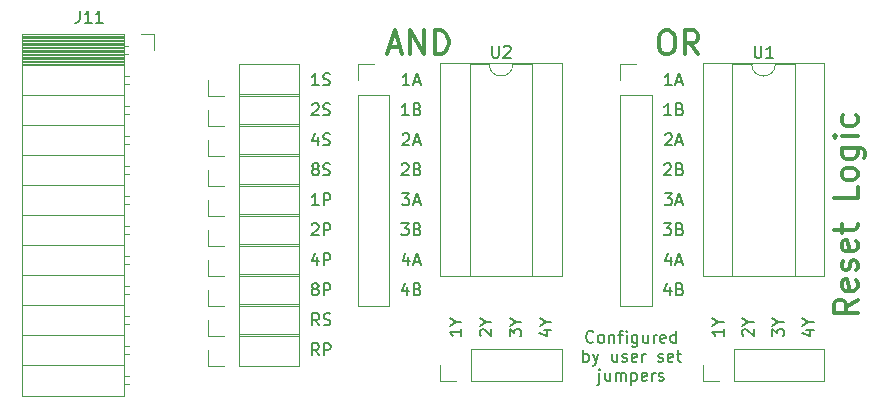
<source format=gto>
G04 #@! TF.GenerationSoftware,KiCad,Pcbnew,6.0.1-79c1e3a40b~116~ubuntu21.04.1*
G04 #@! TF.CreationDate,2022-02-15T17:06:26-05:00*
G04 #@! TF.ProjectId,reset_modules,72657365-745f-46d6-9f64-756c65732e6b,rev?*
G04 #@! TF.SameCoordinates,Original*
G04 #@! TF.FileFunction,Legend,Top*
G04 #@! TF.FilePolarity,Positive*
%FSLAX46Y46*%
G04 Gerber Fmt 4.6, Leading zero omitted, Abs format (unit mm)*
G04 Created by KiCad (PCBNEW 6.0.1-79c1e3a40b~116~ubuntu21.04.1) date 2022-02-15 17:06:26*
%MOMM*%
%LPD*%
G01*
G04 APERTURE LIST*
%ADD10C,0.150000*%
%ADD11C,0.300000*%
%ADD12C,0.120000*%
%ADD13R,1.700000X1.700000*%
%ADD14O,1.700000X1.700000*%
%ADD15R,1.600000X1.600000*%
%ADD16O,1.600000X1.600000*%
G04 APERTURE END LIST*
D10*
X114736666Y-97242380D02*
X115355714Y-97242380D01*
X115022380Y-97623333D01*
X115165238Y-97623333D01*
X115260476Y-97670952D01*
X115308095Y-97718571D01*
X115355714Y-97813809D01*
X115355714Y-98051904D01*
X115308095Y-98147142D01*
X115260476Y-98194761D01*
X115165238Y-98242380D01*
X114879523Y-98242380D01*
X114784285Y-98194761D01*
X114736666Y-98147142D01*
X116117619Y-97718571D02*
X116260476Y-97766190D01*
X116308095Y-97813809D01*
X116355714Y-97909047D01*
X116355714Y-98051904D01*
X116308095Y-98147142D01*
X116260476Y-98194761D01*
X116165238Y-98242380D01*
X115784285Y-98242380D01*
X115784285Y-97242380D01*
X116117619Y-97242380D01*
X116212857Y-97290000D01*
X116260476Y-97337619D01*
X116308095Y-97432857D01*
X116308095Y-97528095D01*
X116260476Y-97623333D01*
X116212857Y-97670952D01*
X116117619Y-97718571D01*
X115784285Y-97718571D01*
X114855714Y-89717619D02*
X114903333Y-89670000D01*
X114998571Y-89622380D01*
X115236666Y-89622380D01*
X115331904Y-89670000D01*
X115379523Y-89717619D01*
X115427142Y-89812857D01*
X115427142Y-89908095D01*
X115379523Y-90050952D01*
X114808095Y-90622380D01*
X115427142Y-90622380D01*
X115808095Y-90336666D02*
X116284285Y-90336666D01*
X115712857Y-90622380D02*
X116046190Y-89622380D01*
X116379523Y-90622380D01*
X115355714Y-88082380D02*
X114784285Y-88082380D01*
X115070000Y-88082380D02*
X115070000Y-87082380D01*
X114974761Y-87225238D01*
X114879523Y-87320476D01*
X114784285Y-87368095D01*
X116117619Y-87558571D02*
X116260476Y-87606190D01*
X116308095Y-87653809D01*
X116355714Y-87749047D01*
X116355714Y-87891904D01*
X116308095Y-87987142D01*
X116260476Y-88034761D01*
X116165238Y-88082380D01*
X115784285Y-88082380D01*
X115784285Y-87082380D01*
X116117619Y-87082380D01*
X116212857Y-87130000D01*
X116260476Y-87177619D01*
X116308095Y-87272857D01*
X116308095Y-87368095D01*
X116260476Y-87463333D01*
X116212857Y-87510952D01*
X116117619Y-87558571D01*
X115784285Y-87558571D01*
X114808095Y-94702380D02*
X115427142Y-94702380D01*
X115093809Y-95083333D01*
X115236666Y-95083333D01*
X115331904Y-95130952D01*
X115379523Y-95178571D01*
X115427142Y-95273809D01*
X115427142Y-95511904D01*
X115379523Y-95607142D01*
X115331904Y-95654761D01*
X115236666Y-95702380D01*
X114950952Y-95702380D01*
X114855714Y-95654761D01*
X114808095Y-95607142D01*
X115808095Y-95416666D02*
X116284285Y-95416666D01*
X115712857Y-95702380D02*
X116046190Y-94702380D01*
X116379523Y-95702380D01*
X115331904Y-100115714D02*
X115331904Y-100782380D01*
X115093809Y-99734761D02*
X114855714Y-100449047D01*
X115474761Y-100449047D01*
X115808095Y-100496666D02*
X116284285Y-100496666D01*
X115712857Y-100782380D02*
X116046190Y-99782380D01*
X116379523Y-100782380D01*
X115427142Y-85542380D02*
X114855714Y-85542380D01*
X115141428Y-85542380D02*
X115141428Y-84542380D01*
X115046190Y-84685238D01*
X114950952Y-84780476D01*
X114855714Y-84828095D01*
X115808095Y-85256666D02*
X116284285Y-85256666D01*
X115712857Y-85542380D02*
X116046190Y-84542380D01*
X116379523Y-85542380D01*
X114784285Y-92257619D02*
X114831904Y-92210000D01*
X114927142Y-92162380D01*
X115165238Y-92162380D01*
X115260476Y-92210000D01*
X115308095Y-92257619D01*
X115355714Y-92352857D01*
X115355714Y-92448095D01*
X115308095Y-92590952D01*
X114736666Y-93162380D01*
X115355714Y-93162380D01*
X116117619Y-92638571D02*
X116260476Y-92686190D01*
X116308095Y-92733809D01*
X116355714Y-92829047D01*
X116355714Y-92971904D01*
X116308095Y-93067142D01*
X116260476Y-93114761D01*
X116165238Y-93162380D01*
X115784285Y-93162380D01*
X115784285Y-92162380D01*
X116117619Y-92162380D01*
X116212857Y-92210000D01*
X116260476Y-92257619D01*
X116308095Y-92352857D01*
X116308095Y-92448095D01*
X116260476Y-92543333D01*
X116212857Y-92590952D01*
X116117619Y-92638571D01*
X115784285Y-92638571D01*
X115260476Y-102655714D02*
X115260476Y-103322380D01*
X115022380Y-102274761D02*
X114784285Y-102989047D01*
X115403333Y-102989047D01*
X116117619Y-102798571D02*
X116260476Y-102846190D01*
X116308095Y-102893809D01*
X116355714Y-102989047D01*
X116355714Y-103131904D01*
X116308095Y-103227142D01*
X116260476Y-103274761D01*
X116165238Y-103322380D01*
X115784285Y-103322380D01*
X115784285Y-102322380D01*
X116117619Y-102322380D01*
X116212857Y-102370000D01*
X116260476Y-102417619D01*
X116308095Y-102512857D01*
X116308095Y-102608095D01*
X116260476Y-102703333D01*
X116212857Y-102750952D01*
X116117619Y-102798571D01*
X115784285Y-102798571D01*
X123912380Y-106806904D02*
X123912380Y-106187857D01*
X124293333Y-106521190D01*
X124293333Y-106378333D01*
X124340952Y-106283095D01*
X124388571Y-106235476D01*
X124483809Y-106187857D01*
X124721904Y-106187857D01*
X124817142Y-106235476D01*
X124864761Y-106283095D01*
X124912380Y-106378333D01*
X124912380Y-106664047D01*
X124864761Y-106759285D01*
X124817142Y-106806904D01*
X124436190Y-105568809D02*
X124912380Y-105568809D01*
X123912380Y-105902142D02*
X124436190Y-105568809D01*
X123912380Y-105235476D01*
X121467619Y-106759285D02*
X121420000Y-106711666D01*
X121372380Y-106616428D01*
X121372380Y-106378333D01*
X121420000Y-106283095D01*
X121467619Y-106235476D01*
X121562857Y-106187857D01*
X121658095Y-106187857D01*
X121800952Y-106235476D01*
X122372380Y-106806904D01*
X122372380Y-106187857D01*
X121896190Y-105568809D02*
X122372380Y-105568809D01*
X121372380Y-105902142D02*
X121896190Y-105568809D01*
X121372380Y-105235476D01*
X126785714Y-106283095D02*
X127452380Y-106283095D01*
X126404761Y-106521190D02*
X127119047Y-106759285D01*
X127119047Y-106140238D01*
X126976190Y-105568809D02*
X127452380Y-105568809D01*
X126452380Y-105902142D02*
X126976190Y-105568809D01*
X126452380Y-105235476D01*
X119832380Y-106187857D02*
X119832380Y-106759285D01*
X119832380Y-106473571D02*
X118832380Y-106473571D01*
X118975238Y-106568809D01*
X119070476Y-106664047D01*
X119118095Y-106759285D01*
X119356190Y-105568809D02*
X119832380Y-105568809D01*
X118832380Y-105902142D02*
X119356190Y-105568809D01*
X118832380Y-105235476D01*
X93202142Y-85542380D02*
X92630714Y-85542380D01*
X92916428Y-85542380D02*
X92916428Y-84542380D01*
X92821190Y-84685238D01*
X92725952Y-84780476D01*
X92630714Y-84828095D01*
X93583095Y-85256666D02*
X94059285Y-85256666D01*
X93487857Y-85542380D02*
X93821190Y-84542380D01*
X94154523Y-85542380D01*
X92511666Y-97242380D02*
X93130714Y-97242380D01*
X92797380Y-97623333D01*
X92940238Y-97623333D01*
X93035476Y-97670952D01*
X93083095Y-97718571D01*
X93130714Y-97813809D01*
X93130714Y-98051904D01*
X93083095Y-98147142D01*
X93035476Y-98194761D01*
X92940238Y-98242380D01*
X92654523Y-98242380D01*
X92559285Y-98194761D01*
X92511666Y-98147142D01*
X93892619Y-97718571D02*
X94035476Y-97766190D01*
X94083095Y-97813809D01*
X94130714Y-97909047D01*
X94130714Y-98051904D01*
X94083095Y-98147142D01*
X94035476Y-98194761D01*
X93940238Y-98242380D01*
X93559285Y-98242380D01*
X93559285Y-97242380D01*
X93892619Y-97242380D01*
X93987857Y-97290000D01*
X94035476Y-97337619D01*
X94083095Y-97432857D01*
X94083095Y-97528095D01*
X94035476Y-97623333D01*
X93987857Y-97670952D01*
X93892619Y-97718571D01*
X93559285Y-97718571D01*
X85510714Y-95702380D02*
X84939285Y-95702380D01*
X85225000Y-95702380D02*
X85225000Y-94702380D01*
X85129761Y-94845238D01*
X85034523Y-94940476D01*
X84939285Y-94988095D01*
X85939285Y-95702380D02*
X85939285Y-94702380D01*
X86320238Y-94702380D01*
X86415476Y-94750000D01*
X86463095Y-94797619D01*
X86510714Y-94892857D01*
X86510714Y-95035714D01*
X86463095Y-95130952D01*
X86415476Y-95178571D01*
X86320238Y-95226190D01*
X85939285Y-95226190D01*
X85534523Y-108402380D02*
X85201190Y-107926190D01*
X84963095Y-108402380D02*
X84963095Y-107402380D01*
X85344047Y-107402380D01*
X85439285Y-107450000D01*
X85486904Y-107497619D01*
X85534523Y-107592857D01*
X85534523Y-107735714D01*
X85486904Y-107830952D01*
X85439285Y-107878571D01*
X85344047Y-107926190D01*
X84963095Y-107926190D01*
X85963095Y-108402380D02*
X85963095Y-107402380D01*
X86344047Y-107402380D01*
X86439285Y-107450000D01*
X86486904Y-107497619D01*
X86534523Y-107592857D01*
X86534523Y-107735714D01*
X86486904Y-107830952D01*
X86439285Y-107878571D01*
X86344047Y-107926190D01*
X85963095Y-107926190D01*
D11*
X91476190Y-82333333D02*
X92428571Y-82333333D01*
X91285714Y-82904761D02*
X91952380Y-80904761D01*
X92619047Y-82904761D01*
X93285714Y-82904761D02*
X93285714Y-80904761D01*
X94428571Y-82904761D01*
X94428571Y-80904761D01*
X95380952Y-82904761D02*
X95380952Y-80904761D01*
X95857142Y-80904761D01*
X96142857Y-81000000D01*
X96333333Y-81190476D01*
X96428571Y-81380952D01*
X96523809Y-81761904D01*
X96523809Y-82047619D01*
X96428571Y-82428571D01*
X96333333Y-82619047D01*
X96142857Y-82809523D01*
X95857142Y-82904761D01*
X95380952Y-82904761D01*
D10*
X99242619Y-106759285D02*
X99195000Y-106711666D01*
X99147380Y-106616428D01*
X99147380Y-106378333D01*
X99195000Y-106283095D01*
X99242619Y-106235476D01*
X99337857Y-106187857D01*
X99433095Y-106187857D01*
X99575952Y-106235476D01*
X100147380Y-106806904D01*
X100147380Y-106187857D01*
X99671190Y-105568809D02*
X100147380Y-105568809D01*
X99147380Y-105902142D02*
X99671190Y-105568809D01*
X99147380Y-105235476D01*
X85534523Y-85542380D02*
X84963095Y-85542380D01*
X85248809Y-85542380D02*
X85248809Y-84542380D01*
X85153571Y-84685238D01*
X85058333Y-84780476D01*
X84963095Y-84828095D01*
X85915476Y-85494761D02*
X86058333Y-85542380D01*
X86296428Y-85542380D01*
X86391666Y-85494761D01*
X86439285Y-85447142D01*
X86486904Y-85351904D01*
X86486904Y-85256666D01*
X86439285Y-85161428D01*
X86391666Y-85113809D01*
X86296428Y-85066190D01*
X86105952Y-85018571D01*
X86010714Y-84970952D01*
X85963095Y-84923333D01*
X85915476Y-84828095D01*
X85915476Y-84732857D01*
X85963095Y-84637619D01*
X86010714Y-84590000D01*
X86105952Y-84542380D01*
X86344047Y-84542380D01*
X86486904Y-84590000D01*
X85415476Y-100115714D02*
X85415476Y-100782380D01*
X85177380Y-99734761D02*
X84939285Y-100449047D01*
X85558333Y-100449047D01*
X85939285Y-100782380D02*
X85939285Y-99782380D01*
X86320238Y-99782380D01*
X86415476Y-99830000D01*
X86463095Y-99877619D01*
X86510714Y-99972857D01*
X86510714Y-100115714D01*
X86463095Y-100210952D01*
X86415476Y-100258571D01*
X86320238Y-100306190D01*
X85939285Y-100306190D01*
X97607380Y-106187857D02*
X97607380Y-106759285D01*
X97607380Y-106473571D02*
X96607380Y-106473571D01*
X96750238Y-106568809D01*
X96845476Y-106664047D01*
X96893095Y-106759285D01*
X97131190Y-105568809D02*
X97607380Y-105568809D01*
X96607380Y-105902142D02*
X97131190Y-105568809D01*
X96607380Y-105235476D01*
X92630714Y-89717619D02*
X92678333Y-89670000D01*
X92773571Y-89622380D01*
X93011666Y-89622380D01*
X93106904Y-89670000D01*
X93154523Y-89717619D01*
X93202142Y-89812857D01*
X93202142Y-89908095D01*
X93154523Y-90050952D01*
X92583095Y-90622380D01*
X93202142Y-90622380D01*
X93583095Y-90336666D02*
X94059285Y-90336666D01*
X93487857Y-90622380D02*
X93821190Y-89622380D01*
X94154523Y-90622380D01*
D11*
X131154761Y-103690476D02*
X130202380Y-104357142D01*
X131154761Y-104833333D02*
X129154761Y-104833333D01*
X129154761Y-104071428D01*
X129250000Y-103880952D01*
X129345238Y-103785714D01*
X129535714Y-103690476D01*
X129821428Y-103690476D01*
X130011904Y-103785714D01*
X130107142Y-103880952D01*
X130202380Y-104071428D01*
X130202380Y-104833333D01*
X131059523Y-102071428D02*
X131154761Y-102261904D01*
X131154761Y-102642857D01*
X131059523Y-102833333D01*
X130869047Y-102928571D01*
X130107142Y-102928571D01*
X129916666Y-102833333D01*
X129821428Y-102642857D01*
X129821428Y-102261904D01*
X129916666Y-102071428D01*
X130107142Y-101976190D01*
X130297619Y-101976190D01*
X130488095Y-102928571D01*
X131059523Y-101214285D02*
X131154761Y-101023809D01*
X131154761Y-100642857D01*
X131059523Y-100452380D01*
X130869047Y-100357142D01*
X130773809Y-100357142D01*
X130583333Y-100452380D01*
X130488095Y-100642857D01*
X130488095Y-100928571D01*
X130392857Y-101119047D01*
X130202380Y-101214285D01*
X130107142Y-101214285D01*
X129916666Y-101119047D01*
X129821428Y-100928571D01*
X129821428Y-100642857D01*
X129916666Y-100452380D01*
X131059523Y-98738095D02*
X131154761Y-98928571D01*
X131154761Y-99309523D01*
X131059523Y-99500000D01*
X130869047Y-99595238D01*
X130107142Y-99595238D01*
X129916666Y-99500000D01*
X129821428Y-99309523D01*
X129821428Y-98928571D01*
X129916666Y-98738095D01*
X130107142Y-98642857D01*
X130297619Y-98642857D01*
X130488095Y-99595238D01*
X129821428Y-98071428D02*
X129821428Y-97309523D01*
X129154761Y-97785714D02*
X130869047Y-97785714D01*
X131059523Y-97690476D01*
X131154761Y-97500000D01*
X131154761Y-97309523D01*
X131154761Y-94166666D02*
X131154761Y-95119047D01*
X129154761Y-95119047D01*
X131154761Y-93214285D02*
X131059523Y-93404761D01*
X130964285Y-93500000D01*
X130773809Y-93595238D01*
X130202380Y-93595238D01*
X130011904Y-93500000D01*
X129916666Y-93404761D01*
X129821428Y-93214285D01*
X129821428Y-92928571D01*
X129916666Y-92738095D01*
X130011904Y-92642857D01*
X130202380Y-92547619D01*
X130773809Y-92547619D01*
X130964285Y-92642857D01*
X131059523Y-92738095D01*
X131154761Y-92928571D01*
X131154761Y-93214285D01*
X129821428Y-90833333D02*
X131440476Y-90833333D01*
X131630952Y-90928571D01*
X131726190Y-91023809D01*
X131821428Y-91214285D01*
X131821428Y-91500000D01*
X131726190Y-91690476D01*
X131059523Y-90833333D02*
X131154761Y-91023809D01*
X131154761Y-91404761D01*
X131059523Y-91595238D01*
X130964285Y-91690476D01*
X130773809Y-91785714D01*
X130202380Y-91785714D01*
X130011904Y-91690476D01*
X129916666Y-91595238D01*
X129821428Y-91404761D01*
X129821428Y-91023809D01*
X129916666Y-90833333D01*
X131154761Y-89880952D02*
X129821428Y-89880952D01*
X129154761Y-89880952D02*
X129250000Y-89976190D01*
X129345238Y-89880952D01*
X129250000Y-89785714D01*
X129154761Y-89880952D01*
X129345238Y-89880952D01*
X131059523Y-88071428D02*
X131154761Y-88261904D01*
X131154761Y-88642857D01*
X131059523Y-88833333D01*
X130964285Y-88928571D01*
X130773809Y-89023809D01*
X130202380Y-89023809D01*
X130011904Y-88928571D01*
X129916666Y-88833333D01*
X129821428Y-88642857D01*
X129821428Y-88261904D01*
X129916666Y-88071428D01*
D10*
X108785714Y-107247142D02*
X108738095Y-107294761D01*
X108595238Y-107342380D01*
X108500000Y-107342380D01*
X108357142Y-107294761D01*
X108261904Y-107199523D01*
X108214285Y-107104285D01*
X108166666Y-106913809D01*
X108166666Y-106770952D01*
X108214285Y-106580476D01*
X108261904Y-106485238D01*
X108357142Y-106390000D01*
X108500000Y-106342380D01*
X108595238Y-106342380D01*
X108738095Y-106390000D01*
X108785714Y-106437619D01*
X109357142Y-107342380D02*
X109261904Y-107294761D01*
X109214285Y-107247142D01*
X109166666Y-107151904D01*
X109166666Y-106866190D01*
X109214285Y-106770952D01*
X109261904Y-106723333D01*
X109357142Y-106675714D01*
X109500000Y-106675714D01*
X109595238Y-106723333D01*
X109642857Y-106770952D01*
X109690476Y-106866190D01*
X109690476Y-107151904D01*
X109642857Y-107247142D01*
X109595238Y-107294761D01*
X109500000Y-107342380D01*
X109357142Y-107342380D01*
X110119047Y-106675714D02*
X110119047Y-107342380D01*
X110119047Y-106770952D02*
X110166666Y-106723333D01*
X110261904Y-106675714D01*
X110404761Y-106675714D01*
X110500000Y-106723333D01*
X110547619Y-106818571D01*
X110547619Y-107342380D01*
X110880952Y-106675714D02*
X111261904Y-106675714D01*
X111023809Y-107342380D02*
X111023809Y-106485238D01*
X111071428Y-106390000D01*
X111166666Y-106342380D01*
X111261904Y-106342380D01*
X111595238Y-107342380D02*
X111595238Y-106675714D01*
X111595238Y-106342380D02*
X111547619Y-106390000D01*
X111595238Y-106437619D01*
X111642857Y-106390000D01*
X111595238Y-106342380D01*
X111595238Y-106437619D01*
X112500000Y-106675714D02*
X112500000Y-107485238D01*
X112452380Y-107580476D01*
X112404761Y-107628095D01*
X112309523Y-107675714D01*
X112166666Y-107675714D01*
X112071428Y-107628095D01*
X112500000Y-107294761D02*
X112404761Y-107342380D01*
X112214285Y-107342380D01*
X112119047Y-107294761D01*
X112071428Y-107247142D01*
X112023809Y-107151904D01*
X112023809Y-106866190D01*
X112071428Y-106770952D01*
X112119047Y-106723333D01*
X112214285Y-106675714D01*
X112404761Y-106675714D01*
X112500000Y-106723333D01*
X113404761Y-106675714D02*
X113404761Y-107342380D01*
X112976190Y-106675714D02*
X112976190Y-107199523D01*
X113023809Y-107294761D01*
X113119047Y-107342380D01*
X113261904Y-107342380D01*
X113357142Y-107294761D01*
X113404761Y-107247142D01*
X113880952Y-107342380D02*
X113880952Y-106675714D01*
X113880952Y-106866190D02*
X113928571Y-106770952D01*
X113976190Y-106723333D01*
X114071428Y-106675714D01*
X114166666Y-106675714D01*
X114880952Y-107294761D02*
X114785714Y-107342380D01*
X114595238Y-107342380D01*
X114500000Y-107294761D01*
X114452380Y-107199523D01*
X114452380Y-106818571D01*
X114500000Y-106723333D01*
X114595238Y-106675714D01*
X114785714Y-106675714D01*
X114880952Y-106723333D01*
X114928571Y-106818571D01*
X114928571Y-106913809D01*
X114452380Y-107009047D01*
X115785714Y-107342380D02*
X115785714Y-106342380D01*
X115785714Y-107294761D02*
X115690476Y-107342380D01*
X115500000Y-107342380D01*
X115404761Y-107294761D01*
X115357142Y-107247142D01*
X115309523Y-107151904D01*
X115309523Y-106866190D01*
X115357142Y-106770952D01*
X115404761Y-106723333D01*
X115500000Y-106675714D01*
X115690476Y-106675714D01*
X115785714Y-106723333D01*
X107928571Y-108952380D02*
X107928571Y-107952380D01*
X107928571Y-108333333D02*
X108023809Y-108285714D01*
X108214285Y-108285714D01*
X108309523Y-108333333D01*
X108357142Y-108380952D01*
X108404761Y-108476190D01*
X108404761Y-108761904D01*
X108357142Y-108857142D01*
X108309523Y-108904761D01*
X108214285Y-108952380D01*
X108023809Y-108952380D01*
X107928571Y-108904761D01*
X108738095Y-108285714D02*
X108976190Y-108952380D01*
X109214285Y-108285714D02*
X108976190Y-108952380D01*
X108880952Y-109190476D01*
X108833333Y-109238095D01*
X108738095Y-109285714D01*
X110785714Y-108285714D02*
X110785714Y-108952380D01*
X110357142Y-108285714D02*
X110357142Y-108809523D01*
X110404761Y-108904761D01*
X110500000Y-108952380D01*
X110642857Y-108952380D01*
X110738095Y-108904761D01*
X110785714Y-108857142D01*
X111214285Y-108904761D02*
X111309523Y-108952380D01*
X111500000Y-108952380D01*
X111595238Y-108904761D01*
X111642857Y-108809523D01*
X111642857Y-108761904D01*
X111595238Y-108666666D01*
X111500000Y-108619047D01*
X111357142Y-108619047D01*
X111261904Y-108571428D01*
X111214285Y-108476190D01*
X111214285Y-108428571D01*
X111261904Y-108333333D01*
X111357142Y-108285714D01*
X111500000Y-108285714D01*
X111595238Y-108333333D01*
X112452380Y-108904761D02*
X112357142Y-108952380D01*
X112166666Y-108952380D01*
X112071428Y-108904761D01*
X112023809Y-108809523D01*
X112023809Y-108428571D01*
X112071428Y-108333333D01*
X112166666Y-108285714D01*
X112357142Y-108285714D01*
X112452380Y-108333333D01*
X112500000Y-108428571D01*
X112500000Y-108523809D01*
X112023809Y-108619047D01*
X112928571Y-108952380D02*
X112928571Y-108285714D01*
X112928571Y-108476190D02*
X112976190Y-108380952D01*
X113023809Y-108333333D01*
X113119047Y-108285714D01*
X113214285Y-108285714D01*
X114261904Y-108904761D02*
X114357142Y-108952380D01*
X114547619Y-108952380D01*
X114642857Y-108904761D01*
X114690476Y-108809523D01*
X114690476Y-108761904D01*
X114642857Y-108666666D01*
X114547619Y-108619047D01*
X114404761Y-108619047D01*
X114309523Y-108571428D01*
X114261904Y-108476190D01*
X114261904Y-108428571D01*
X114309523Y-108333333D01*
X114404761Y-108285714D01*
X114547619Y-108285714D01*
X114642857Y-108333333D01*
X115500000Y-108904761D02*
X115404761Y-108952380D01*
X115214285Y-108952380D01*
X115119047Y-108904761D01*
X115071428Y-108809523D01*
X115071428Y-108428571D01*
X115119047Y-108333333D01*
X115214285Y-108285714D01*
X115404761Y-108285714D01*
X115500000Y-108333333D01*
X115547619Y-108428571D01*
X115547619Y-108523809D01*
X115071428Y-108619047D01*
X115833333Y-108285714D02*
X116214285Y-108285714D01*
X115976190Y-107952380D02*
X115976190Y-108809523D01*
X116023809Y-108904761D01*
X116119047Y-108952380D01*
X116214285Y-108952380D01*
X109285714Y-109895714D02*
X109285714Y-110752857D01*
X109238095Y-110848095D01*
X109142857Y-110895714D01*
X109095238Y-110895714D01*
X109285714Y-109562380D02*
X109238095Y-109610000D01*
X109285714Y-109657619D01*
X109333333Y-109610000D01*
X109285714Y-109562380D01*
X109285714Y-109657619D01*
X110190476Y-109895714D02*
X110190476Y-110562380D01*
X109761904Y-109895714D02*
X109761904Y-110419523D01*
X109809523Y-110514761D01*
X109904761Y-110562380D01*
X110047619Y-110562380D01*
X110142857Y-110514761D01*
X110190476Y-110467142D01*
X110666666Y-110562380D02*
X110666666Y-109895714D01*
X110666666Y-109990952D02*
X110714285Y-109943333D01*
X110809523Y-109895714D01*
X110952380Y-109895714D01*
X111047619Y-109943333D01*
X111095238Y-110038571D01*
X111095238Y-110562380D01*
X111095238Y-110038571D02*
X111142857Y-109943333D01*
X111238095Y-109895714D01*
X111380952Y-109895714D01*
X111476190Y-109943333D01*
X111523809Y-110038571D01*
X111523809Y-110562380D01*
X112000000Y-109895714D02*
X112000000Y-110895714D01*
X112000000Y-109943333D02*
X112095238Y-109895714D01*
X112285714Y-109895714D01*
X112380952Y-109943333D01*
X112428571Y-109990952D01*
X112476190Y-110086190D01*
X112476190Y-110371904D01*
X112428571Y-110467142D01*
X112380952Y-110514761D01*
X112285714Y-110562380D01*
X112095238Y-110562380D01*
X112000000Y-110514761D01*
X113285714Y-110514761D02*
X113190476Y-110562380D01*
X113000000Y-110562380D01*
X112904761Y-110514761D01*
X112857142Y-110419523D01*
X112857142Y-110038571D01*
X112904761Y-109943333D01*
X113000000Y-109895714D01*
X113190476Y-109895714D01*
X113285714Y-109943333D01*
X113333333Y-110038571D01*
X113333333Y-110133809D01*
X112857142Y-110229047D01*
X113761904Y-110562380D02*
X113761904Y-109895714D01*
X113761904Y-110086190D02*
X113809523Y-109990952D01*
X113857142Y-109943333D01*
X113952380Y-109895714D01*
X114047619Y-109895714D01*
X114333333Y-110514761D02*
X114428571Y-110562380D01*
X114619047Y-110562380D01*
X114714285Y-110514761D01*
X114761904Y-110419523D01*
X114761904Y-110371904D01*
X114714285Y-110276666D01*
X114619047Y-110229047D01*
X114476190Y-110229047D01*
X114380952Y-110181428D01*
X114333333Y-110086190D01*
X114333333Y-110038571D01*
X114380952Y-109943333D01*
X114476190Y-109895714D01*
X114619047Y-109895714D01*
X114714285Y-109943333D01*
X85439285Y-89955714D02*
X85439285Y-90622380D01*
X85201190Y-89574761D02*
X84963095Y-90289047D01*
X85582142Y-90289047D01*
X85915476Y-90574761D02*
X86058333Y-90622380D01*
X86296428Y-90622380D01*
X86391666Y-90574761D01*
X86439285Y-90527142D01*
X86486904Y-90431904D01*
X86486904Y-90336666D01*
X86439285Y-90241428D01*
X86391666Y-90193809D01*
X86296428Y-90146190D01*
X86105952Y-90098571D01*
X86010714Y-90050952D01*
X85963095Y-90003333D01*
X85915476Y-89908095D01*
X85915476Y-89812857D01*
X85963095Y-89717619D01*
X86010714Y-89670000D01*
X86105952Y-89622380D01*
X86344047Y-89622380D01*
X86486904Y-89670000D01*
X85558333Y-105862380D02*
X85225000Y-105386190D01*
X84986904Y-105862380D02*
X84986904Y-104862380D01*
X85367857Y-104862380D01*
X85463095Y-104910000D01*
X85510714Y-104957619D01*
X85558333Y-105052857D01*
X85558333Y-105195714D01*
X85510714Y-105290952D01*
X85463095Y-105338571D01*
X85367857Y-105386190D01*
X84986904Y-105386190D01*
X85939285Y-105814761D02*
X86082142Y-105862380D01*
X86320238Y-105862380D01*
X86415476Y-105814761D01*
X86463095Y-105767142D01*
X86510714Y-105671904D01*
X86510714Y-105576666D01*
X86463095Y-105481428D01*
X86415476Y-105433809D01*
X86320238Y-105386190D01*
X86129761Y-105338571D01*
X86034523Y-105290952D01*
X85986904Y-105243333D01*
X85939285Y-105148095D01*
X85939285Y-105052857D01*
X85986904Y-104957619D01*
X86034523Y-104910000D01*
X86129761Y-104862380D01*
X86367857Y-104862380D01*
X86510714Y-104910000D01*
X84939285Y-97337619D02*
X84986904Y-97290000D01*
X85082142Y-97242380D01*
X85320238Y-97242380D01*
X85415476Y-97290000D01*
X85463095Y-97337619D01*
X85510714Y-97432857D01*
X85510714Y-97528095D01*
X85463095Y-97670952D01*
X84891666Y-98242380D01*
X85510714Y-98242380D01*
X85939285Y-98242380D02*
X85939285Y-97242380D01*
X86320238Y-97242380D01*
X86415476Y-97290000D01*
X86463095Y-97337619D01*
X86510714Y-97432857D01*
X86510714Y-97575714D01*
X86463095Y-97670952D01*
X86415476Y-97718571D01*
X86320238Y-97766190D01*
X85939285Y-97766190D01*
X84963095Y-87177619D02*
X85010714Y-87130000D01*
X85105952Y-87082380D01*
X85344047Y-87082380D01*
X85439285Y-87130000D01*
X85486904Y-87177619D01*
X85534523Y-87272857D01*
X85534523Y-87368095D01*
X85486904Y-87510952D01*
X84915476Y-88082380D01*
X85534523Y-88082380D01*
X85915476Y-88034761D02*
X86058333Y-88082380D01*
X86296428Y-88082380D01*
X86391666Y-88034761D01*
X86439285Y-87987142D01*
X86486904Y-87891904D01*
X86486904Y-87796666D01*
X86439285Y-87701428D01*
X86391666Y-87653809D01*
X86296428Y-87606190D01*
X86105952Y-87558571D01*
X86010714Y-87510952D01*
X85963095Y-87463333D01*
X85915476Y-87368095D01*
X85915476Y-87272857D01*
X85963095Y-87177619D01*
X86010714Y-87130000D01*
X86105952Y-87082380D01*
X86344047Y-87082380D01*
X86486904Y-87130000D01*
X93106904Y-100115714D02*
X93106904Y-100782380D01*
X92868809Y-99734761D02*
X92630714Y-100449047D01*
X93249761Y-100449047D01*
X93583095Y-100496666D02*
X94059285Y-100496666D01*
X93487857Y-100782380D02*
X93821190Y-99782380D01*
X94154523Y-100782380D01*
X92583095Y-94702380D02*
X93202142Y-94702380D01*
X92868809Y-95083333D01*
X93011666Y-95083333D01*
X93106904Y-95130952D01*
X93154523Y-95178571D01*
X93202142Y-95273809D01*
X93202142Y-95511904D01*
X93154523Y-95607142D01*
X93106904Y-95654761D01*
X93011666Y-95702380D01*
X92725952Y-95702380D01*
X92630714Y-95654761D01*
X92583095Y-95607142D01*
X93583095Y-95416666D02*
X94059285Y-95416666D01*
X93487857Y-95702380D02*
X93821190Y-94702380D01*
X94154523Y-95702380D01*
X93035476Y-102655714D02*
X93035476Y-103322380D01*
X92797380Y-102274761D02*
X92559285Y-102989047D01*
X93178333Y-102989047D01*
X93892619Y-102798571D02*
X94035476Y-102846190D01*
X94083095Y-102893809D01*
X94130714Y-102989047D01*
X94130714Y-103131904D01*
X94083095Y-103227142D01*
X94035476Y-103274761D01*
X93940238Y-103322380D01*
X93559285Y-103322380D01*
X93559285Y-102322380D01*
X93892619Y-102322380D01*
X93987857Y-102370000D01*
X94035476Y-102417619D01*
X94083095Y-102512857D01*
X94083095Y-102608095D01*
X94035476Y-102703333D01*
X93987857Y-102750952D01*
X93892619Y-102798571D01*
X93559285Y-102798571D01*
X101687380Y-106806904D02*
X101687380Y-106187857D01*
X102068333Y-106521190D01*
X102068333Y-106378333D01*
X102115952Y-106283095D01*
X102163571Y-106235476D01*
X102258809Y-106187857D01*
X102496904Y-106187857D01*
X102592142Y-106235476D01*
X102639761Y-106283095D01*
X102687380Y-106378333D01*
X102687380Y-106664047D01*
X102639761Y-106759285D01*
X102592142Y-106806904D01*
X102211190Y-105568809D02*
X102687380Y-105568809D01*
X101687380Y-105902142D02*
X102211190Y-105568809D01*
X101687380Y-105235476D01*
X85153571Y-92590952D02*
X85058333Y-92543333D01*
X85010714Y-92495714D01*
X84963095Y-92400476D01*
X84963095Y-92352857D01*
X85010714Y-92257619D01*
X85058333Y-92210000D01*
X85153571Y-92162380D01*
X85344047Y-92162380D01*
X85439285Y-92210000D01*
X85486904Y-92257619D01*
X85534523Y-92352857D01*
X85534523Y-92400476D01*
X85486904Y-92495714D01*
X85439285Y-92543333D01*
X85344047Y-92590952D01*
X85153571Y-92590952D01*
X85058333Y-92638571D01*
X85010714Y-92686190D01*
X84963095Y-92781428D01*
X84963095Y-92971904D01*
X85010714Y-93067142D01*
X85058333Y-93114761D01*
X85153571Y-93162380D01*
X85344047Y-93162380D01*
X85439285Y-93114761D01*
X85486904Y-93067142D01*
X85534523Y-92971904D01*
X85534523Y-92781428D01*
X85486904Y-92686190D01*
X85439285Y-92638571D01*
X85344047Y-92590952D01*
X85915476Y-93114761D02*
X86058333Y-93162380D01*
X86296428Y-93162380D01*
X86391666Y-93114761D01*
X86439285Y-93067142D01*
X86486904Y-92971904D01*
X86486904Y-92876666D01*
X86439285Y-92781428D01*
X86391666Y-92733809D01*
X86296428Y-92686190D01*
X86105952Y-92638571D01*
X86010714Y-92590952D01*
X85963095Y-92543333D01*
X85915476Y-92448095D01*
X85915476Y-92352857D01*
X85963095Y-92257619D01*
X86010714Y-92210000D01*
X86105952Y-92162380D01*
X86344047Y-92162380D01*
X86486904Y-92210000D01*
X92559285Y-92257619D02*
X92606904Y-92210000D01*
X92702142Y-92162380D01*
X92940238Y-92162380D01*
X93035476Y-92210000D01*
X93083095Y-92257619D01*
X93130714Y-92352857D01*
X93130714Y-92448095D01*
X93083095Y-92590952D01*
X92511666Y-93162380D01*
X93130714Y-93162380D01*
X93892619Y-92638571D02*
X94035476Y-92686190D01*
X94083095Y-92733809D01*
X94130714Y-92829047D01*
X94130714Y-92971904D01*
X94083095Y-93067142D01*
X94035476Y-93114761D01*
X93940238Y-93162380D01*
X93559285Y-93162380D01*
X93559285Y-92162380D01*
X93892619Y-92162380D01*
X93987857Y-92210000D01*
X94035476Y-92257619D01*
X94083095Y-92352857D01*
X94083095Y-92448095D01*
X94035476Y-92543333D01*
X93987857Y-92590952D01*
X93892619Y-92638571D01*
X93559285Y-92638571D01*
X104560714Y-106283095D02*
X105227380Y-106283095D01*
X104179761Y-106521190D02*
X104894047Y-106759285D01*
X104894047Y-106140238D01*
X104751190Y-105568809D02*
X105227380Y-105568809D01*
X104227380Y-105902142D02*
X104751190Y-105568809D01*
X104227380Y-105235476D01*
X85129761Y-102750952D02*
X85034523Y-102703333D01*
X84986904Y-102655714D01*
X84939285Y-102560476D01*
X84939285Y-102512857D01*
X84986904Y-102417619D01*
X85034523Y-102370000D01*
X85129761Y-102322380D01*
X85320238Y-102322380D01*
X85415476Y-102370000D01*
X85463095Y-102417619D01*
X85510714Y-102512857D01*
X85510714Y-102560476D01*
X85463095Y-102655714D01*
X85415476Y-102703333D01*
X85320238Y-102750952D01*
X85129761Y-102750952D01*
X85034523Y-102798571D01*
X84986904Y-102846190D01*
X84939285Y-102941428D01*
X84939285Y-103131904D01*
X84986904Y-103227142D01*
X85034523Y-103274761D01*
X85129761Y-103322380D01*
X85320238Y-103322380D01*
X85415476Y-103274761D01*
X85463095Y-103227142D01*
X85510714Y-103131904D01*
X85510714Y-102941428D01*
X85463095Y-102846190D01*
X85415476Y-102798571D01*
X85320238Y-102750952D01*
X85939285Y-103322380D02*
X85939285Y-102322380D01*
X86320238Y-102322380D01*
X86415476Y-102370000D01*
X86463095Y-102417619D01*
X86510714Y-102512857D01*
X86510714Y-102655714D01*
X86463095Y-102750952D01*
X86415476Y-102798571D01*
X86320238Y-102846190D01*
X85939285Y-102846190D01*
D11*
X114809523Y-80904761D02*
X115190476Y-80904761D01*
X115380952Y-81000000D01*
X115571428Y-81190476D01*
X115666666Y-81571428D01*
X115666666Y-82238095D01*
X115571428Y-82619047D01*
X115380952Y-82809523D01*
X115190476Y-82904761D01*
X114809523Y-82904761D01*
X114619047Y-82809523D01*
X114428571Y-82619047D01*
X114333333Y-82238095D01*
X114333333Y-81571428D01*
X114428571Y-81190476D01*
X114619047Y-81000000D01*
X114809523Y-80904761D01*
X117666666Y-82904761D02*
X117000000Y-81952380D01*
X116523809Y-82904761D02*
X116523809Y-80904761D01*
X117285714Y-80904761D01*
X117476190Y-81000000D01*
X117571428Y-81095238D01*
X117666666Y-81285714D01*
X117666666Y-81571428D01*
X117571428Y-81761904D01*
X117476190Y-81857142D01*
X117285714Y-81952380D01*
X116523809Y-81952380D01*
D10*
X93130714Y-88082380D02*
X92559285Y-88082380D01*
X92845000Y-88082380D02*
X92845000Y-87082380D01*
X92749761Y-87225238D01*
X92654523Y-87320476D01*
X92559285Y-87368095D01*
X93892619Y-87558571D02*
X94035476Y-87606190D01*
X94083095Y-87653809D01*
X94130714Y-87749047D01*
X94130714Y-87891904D01*
X94083095Y-87987142D01*
X94035476Y-88034761D01*
X93940238Y-88082380D01*
X93559285Y-88082380D01*
X93559285Y-87082380D01*
X93892619Y-87082380D01*
X93987857Y-87130000D01*
X94035476Y-87177619D01*
X94083095Y-87272857D01*
X94083095Y-87368095D01*
X94035476Y-87463333D01*
X93987857Y-87510952D01*
X93892619Y-87558571D01*
X93559285Y-87558571D01*
X65295476Y-79232380D02*
X65295476Y-79946666D01*
X65247857Y-80089523D01*
X65152619Y-80184761D01*
X65009761Y-80232380D01*
X64914523Y-80232380D01*
X66295476Y-80232380D02*
X65724047Y-80232380D01*
X66009761Y-80232380D02*
X66009761Y-79232380D01*
X65914523Y-79375238D01*
X65819285Y-79470476D01*
X65724047Y-79518095D01*
X67247857Y-80232380D02*
X66676428Y-80232380D01*
X66962142Y-80232380D02*
X66962142Y-79232380D01*
X66866904Y-79375238D01*
X66771666Y-79470476D01*
X66676428Y-79518095D01*
X122428095Y-82212380D02*
X122428095Y-83021904D01*
X122475714Y-83117142D01*
X122523333Y-83164761D01*
X122618571Y-83212380D01*
X122809047Y-83212380D01*
X122904285Y-83164761D01*
X122951904Y-83117142D01*
X122999523Y-83021904D01*
X122999523Y-82212380D01*
X123999523Y-83212380D02*
X123428095Y-83212380D01*
X123713809Y-83212380D02*
X123713809Y-82212380D01*
X123618571Y-82355238D01*
X123523333Y-82450476D01*
X123428095Y-82498095D01*
X100203095Y-82212380D02*
X100203095Y-83021904D01*
X100250714Y-83117142D01*
X100298333Y-83164761D01*
X100393571Y-83212380D01*
X100584047Y-83212380D01*
X100679285Y-83164761D01*
X100726904Y-83117142D01*
X100774523Y-83021904D01*
X100774523Y-82212380D01*
X101203095Y-82307619D02*
X101250714Y-82260000D01*
X101345952Y-82212380D01*
X101584047Y-82212380D01*
X101679285Y-82260000D01*
X101726904Y-82307619D01*
X101774523Y-82402857D01*
X101774523Y-82498095D01*
X101726904Y-82640952D01*
X101155476Y-83212380D01*
X101774523Y-83212380D01*
D12*
X111065000Y-104200000D02*
X113725000Y-104200000D01*
X111065000Y-83760000D02*
X112395000Y-83760000D01*
X111065000Y-85090000D02*
X111065000Y-83760000D01*
X111065000Y-86360000D02*
X113725000Y-86360000D01*
X111065000Y-86360000D02*
X111065000Y-104200000D01*
X113725000Y-86360000D02*
X113725000Y-104200000D01*
X88840000Y-85090000D02*
X88840000Y-83760000D01*
X88840000Y-83760000D02*
X90170000Y-83760000D01*
X91500000Y-86360000D02*
X91500000Y-104200000D01*
X88840000Y-104200000D02*
X91500000Y-104200000D01*
X88840000Y-86360000D02*
X91500000Y-86360000D01*
X88840000Y-86360000D02*
X88840000Y-104200000D01*
X95825000Y-110550000D02*
X95825000Y-109220000D01*
X98425000Y-110550000D02*
X106105000Y-110550000D01*
X106105000Y-110550000D02*
X106105000Y-107890000D01*
X98425000Y-107890000D02*
X106105000Y-107890000D01*
X97155000Y-110550000D02*
X95825000Y-110550000D01*
X98425000Y-110550000D02*
X98425000Y-107890000D01*
X118050000Y-110550000D02*
X118050000Y-109220000D01*
X120650000Y-110550000D02*
X128330000Y-110550000D01*
X128330000Y-110550000D02*
X128330000Y-107890000D01*
X119380000Y-110550000D02*
X118050000Y-110550000D01*
X120650000Y-110550000D02*
X120650000Y-107890000D01*
X120650000Y-107890000D02*
X128330000Y-107890000D01*
X78740000Y-86420000D02*
X78740000Y-83760000D01*
X83880000Y-86420000D02*
X83880000Y-83760000D01*
X78740000Y-83760000D02*
X83880000Y-83760000D01*
X78740000Y-86420000D02*
X83880000Y-86420000D01*
X77470000Y-86420000D02*
X76140000Y-86420000D01*
X76140000Y-86420000D02*
X76140000Y-85090000D01*
X78740000Y-86300000D02*
X83880000Y-86300000D01*
X78740000Y-88960000D02*
X78740000Y-86300000D01*
X83880000Y-88960000D02*
X83880000Y-86300000D01*
X78740000Y-88960000D02*
X83880000Y-88960000D01*
X77470000Y-88960000D02*
X76140000Y-88960000D01*
X76140000Y-88960000D02*
X76140000Y-87630000D01*
X78740000Y-91500000D02*
X78740000Y-88840000D01*
X78740000Y-91500000D02*
X83880000Y-91500000D01*
X83880000Y-91500000D02*
X83880000Y-88840000D01*
X76140000Y-91500000D02*
X76140000Y-90170000D01*
X77470000Y-91500000D02*
X76140000Y-91500000D01*
X78740000Y-88840000D02*
X83880000Y-88840000D01*
X77470000Y-94040000D02*
X76140000Y-94040000D01*
X78740000Y-91380000D02*
X83880000Y-91380000D01*
X83880000Y-94040000D02*
X83880000Y-91380000D01*
X76140000Y-94040000D02*
X76140000Y-92710000D01*
X78740000Y-94040000D02*
X78740000Y-91380000D01*
X78740000Y-94040000D02*
X83880000Y-94040000D01*
X76140000Y-96580000D02*
X76140000Y-95250000D01*
X78740000Y-93920000D02*
X83880000Y-93920000D01*
X77470000Y-96580000D02*
X76140000Y-96580000D01*
X78740000Y-96580000D02*
X83880000Y-96580000D01*
X83880000Y-96580000D02*
X83880000Y-93920000D01*
X78740000Y-96580000D02*
X78740000Y-93920000D01*
X77470000Y-99120000D02*
X76140000Y-99120000D01*
X76140000Y-99120000D02*
X76140000Y-97790000D01*
X83880000Y-99120000D02*
X83880000Y-96460000D01*
X78740000Y-99120000D02*
X83880000Y-99120000D01*
X78740000Y-96460000D02*
X83880000Y-96460000D01*
X78740000Y-99120000D02*
X78740000Y-96460000D01*
X69025000Y-87990000D02*
X69435000Y-87990000D01*
X60395000Y-88900000D02*
X69025000Y-88900000D01*
X60395000Y-93980000D02*
X69025000Y-93980000D01*
X69025000Y-85450000D02*
X69435000Y-85450000D01*
X60395000Y-81576190D02*
X69025000Y-81576190D01*
X69025000Y-99970000D02*
X69435000Y-99970000D01*
X60395000Y-83229520D02*
X69025000Y-83229520D01*
X60395000Y-83701900D02*
X69025000Y-83701900D01*
X69025000Y-92350000D02*
X69435000Y-92350000D01*
X69025000Y-105770000D02*
X69435000Y-105770000D01*
X60395000Y-81340000D02*
X69025000Y-81340000D01*
X60395000Y-82875235D02*
X69025000Y-82875235D01*
X71595000Y-81220000D02*
X71595000Y-82550000D01*
X69025000Y-102510000D02*
X69435000Y-102510000D01*
X69025000Y-110130000D02*
X69435000Y-110130000D01*
X60395000Y-91440000D02*
X69025000Y-91440000D01*
X69025000Y-110850000D02*
X69435000Y-110850000D01*
X69025000Y-93070000D02*
X69435000Y-93070000D01*
X69025000Y-98150000D02*
X69435000Y-98150000D01*
X60395000Y-83583805D02*
X69025000Y-83583805D01*
X70485000Y-81220000D02*
X71595000Y-81220000D01*
X60395000Y-83465710D02*
X69025000Y-83465710D01*
X60395000Y-83347615D02*
X69025000Y-83347615D01*
X69025000Y-95610000D02*
X69435000Y-95610000D01*
X60395000Y-86360000D02*
X69025000Y-86360000D01*
X69025000Y-90530000D02*
X69435000Y-90530000D01*
X60395000Y-104140000D02*
X69025000Y-104140000D01*
X60395000Y-83820000D02*
X69025000Y-83820000D01*
X69025000Y-97430000D02*
X69435000Y-97430000D01*
X69025000Y-94890000D02*
X69435000Y-94890000D01*
X60395000Y-109220000D02*
X69025000Y-109220000D01*
X60395000Y-81458095D02*
X69025000Y-81458095D01*
X69025000Y-105050000D02*
X69435000Y-105050000D01*
X60395000Y-82639045D02*
X69025000Y-82639045D01*
X69025000Y-89810000D02*
X69435000Y-89810000D01*
X69025000Y-107590000D02*
X69435000Y-107590000D01*
X60395000Y-81930475D02*
X69025000Y-81930475D01*
X60395000Y-81220000D02*
X69025000Y-81220000D01*
X69025000Y-103230000D02*
X69435000Y-103230000D01*
X60395000Y-82993330D02*
X69025000Y-82993330D01*
X60395000Y-81812380D02*
X69025000Y-81812380D01*
X60395000Y-81694285D02*
X69025000Y-81694285D01*
X69025000Y-82910000D02*
X69375000Y-82910000D01*
X60395000Y-82048570D02*
X69025000Y-82048570D01*
X60395000Y-82402855D02*
X69025000Y-82402855D01*
X60395000Y-96520000D02*
X69025000Y-96520000D01*
X60395000Y-111820000D02*
X69025000Y-111820000D01*
X60395000Y-81220000D02*
X60395000Y-111820000D01*
X60395000Y-99060000D02*
X69025000Y-99060000D01*
X60395000Y-106680000D02*
X69025000Y-106680000D01*
X60395000Y-82284760D02*
X69025000Y-82284760D01*
X60395000Y-82166665D02*
X69025000Y-82166665D01*
X69025000Y-100690000D02*
X69435000Y-100690000D01*
X69025000Y-82190000D02*
X69375000Y-82190000D01*
X69025000Y-108310000D02*
X69435000Y-108310000D01*
X69025000Y-84730000D02*
X69435000Y-84730000D01*
X60395000Y-101600000D02*
X69025000Y-101600000D01*
X69025000Y-87270000D02*
X69435000Y-87270000D01*
X69025000Y-81220000D02*
X69025000Y-111820000D01*
X60395000Y-82520950D02*
X69025000Y-82520950D01*
X60395000Y-83111425D02*
X69025000Y-83111425D01*
X60395000Y-82757140D02*
X69025000Y-82757140D01*
X83880000Y-101660000D02*
X83880000Y-99000000D01*
X76140000Y-101660000D02*
X76140000Y-100330000D01*
X78740000Y-99000000D02*
X83880000Y-99000000D01*
X77470000Y-101660000D02*
X76140000Y-101660000D01*
X78740000Y-101660000D02*
X78740000Y-99000000D01*
X78740000Y-101660000D02*
X83880000Y-101660000D01*
X78740000Y-101540000D02*
X83880000Y-101540000D01*
X77470000Y-104200000D02*
X76140000Y-104200000D01*
X83880000Y-104200000D02*
X83880000Y-101540000D01*
X78740000Y-104200000D02*
X78740000Y-101540000D01*
X76140000Y-104200000D02*
X76140000Y-102870000D01*
X78740000Y-104200000D02*
X83880000Y-104200000D01*
X78740000Y-104080000D02*
X83880000Y-104080000D01*
X83880000Y-106740000D02*
X83880000Y-104080000D01*
X78740000Y-106740000D02*
X83880000Y-106740000D01*
X76140000Y-106740000D02*
X76140000Y-105410000D01*
X77470000Y-106740000D02*
X76140000Y-106740000D01*
X78740000Y-106740000D02*
X78740000Y-104080000D01*
X78740000Y-109280000D02*
X83880000Y-109280000D01*
X77470000Y-109280000D02*
X76140000Y-109280000D01*
X76140000Y-109280000D02*
X76140000Y-107950000D01*
X83880000Y-109280000D02*
X83880000Y-106620000D01*
X78740000Y-109280000D02*
X78740000Y-106620000D01*
X78740000Y-106620000D02*
X83880000Y-106620000D01*
X118050000Y-83700000D02*
X118050000Y-101720000D01*
X128330000Y-83700000D02*
X118050000Y-83700000D01*
X122190000Y-83760000D02*
X120540000Y-83760000D01*
X128330000Y-101720000D02*
X128330000Y-83700000D01*
X120540000Y-83760000D02*
X120540000Y-101660000D01*
X125840000Y-83760000D02*
X124190000Y-83760000D01*
X125840000Y-101660000D02*
X125840000Y-83760000D01*
X118050000Y-101720000D02*
X128330000Y-101720000D01*
X120540000Y-101660000D02*
X125840000Y-101660000D01*
X122190000Y-83760000D02*
G75*
G03*
X124190000Y-83760000I1000000J0D01*
G01*
X103615000Y-83760000D02*
X101965000Y-83760000D01*
X98315000Y-83760000D02*
X98315000Y-101660000D01*
X95825000Y-101720000D02*
X106105000Y-101720000D01*
X95825000Y-83700000D02*
X95825000Y-101720000D01*
X106105000Y-83700000D02*
X95825000Y-83700000D01*
X103615000Y-101660000D02*
X103615000Y-83760000D01*
X106105000Y-101720000D02*
X106105000Y-83700000D01*
X98315000Y-101660000D02*
X103615000Y-101660000D01*
X99965000Y-83760000D02*
X98315000Y-83760000D01*
X99965000Y-83760000D02*
G75*
G03*
X101965000Y-83760000I1000000J0D01*
G01*
%LPC*%
D13*
X112395000Y-85090000D03*
D14*
X112395000Y-87630000D03*
X112395000Y-90170000D03*
X112395000Y-92710000D03*
X112395000Y-95250000D03*
X112395000Y-97790000D03*
X112395000Y-100330000D03*
X112395000Y-102870000D03*
D13*
X90170000Y-85090000D03*
D14*
X90170000Y-87630000D03*
X90170000Y-90170000D03*
X90170000Y-92710000D03*
X90170000Y-95250000D03*
X90170000Y-97790000D03*
X90170000Y-100330000D03*
X90170000Y-102870000D03*
D13*
X97155000Y-109220000D03*
D14*
X99695000Y-109220000D03*
X102235000Y-109220000D03*
X104775000Y-109220000D03*
D13*
X119380000Y-109220000D03*
D14*
X121920000Y-109220000D03*
X124460000Y-109220000D03*
X127000000Y-109220000D03*
D13*
X77470000Y-85090000D03*
D14*
X80010000Y-85090000D03*
X82550000Y-85090000D03*
D13*
X77470000Y-87630000D03*
D14*
X80010000Y-87630000D03*
X82550000Y-87630000D03*
D13*
X77470000Y-90170000D03*
D14*
X80010000Y-90170000D03*
X82550000Y-90170000D03*
D13*
X77470000Y-92710000D03*
D14*
X80010000Y-92710000D03*
X82550000Y-92710000D03*
D13*
X77470000Y-95250000D03*
D14*
X80010000Y-95250000D03*
X82550000Y-95250000D03*
D13*
X77470000Y-97790000D03*
D14*
X80010000Y-97790000D03*
X82550000Y-97790000D03*
D13*
X70485000Y-82550000D03*
D14*
X70485000Y-85090000D03*
X70485000Y-87630000D03*
X70485000Y-90170000D03*
X70485000Y-92710000D03*
X70485000Y-95250000D03*
X70485000Y-97790000D03*
X70485000Y-100330000D03*
X70485000Y-102870000D03*
X70485000Y-105410000D03*
X70485000Y-107950000D03*
X70485000Y-110490000D03*
D13*
X77470000Y-100330000D03*
D14*
X80010000Y-100330000D03*
X82550000Y-100330000D03*
D13*
X77470000Y-102870000D03*
D14*
X80010000Y-102870000D03*
X82550000Y-102870000D03*
D13*
X77470000Y-105410000D03*
D14*
X80010000Y-105410000D03*
X82550000Y-105410000D03*
D13*
X77470000Y-107950000D03*
D14*
X80010000Y-107950000D03*
X82550000Y-107950000D03*
D15*
X119380000Y-85090000D03*
D16*
X119380000Y-87630000D03*
X119380000Y-90170000D03*
X119380000Y-92710000D03*
X119380000Y-95250000D03*
X119380000Y-97790000D03*
X119380000Y-100330000D03*
X127000000Y-100330000D03*
X127000000Y-97790000D03*
X127000000Y-95250000D03*
X127000000Y-92710000D03*
X127000000Y-90170000D03*
X127000000Y-87630000D03*
X127000000Y-85090000D03*
D15*
X97155000Y-85090000D03*
D16*
X97155000Y-87630000D03*
X97155000Y-90170000D03*
X97155000Y-92710000D03*
X97155000Y-95250000D03*
X97155000Y-97790000D03*
X97155000Y-100330000D03*
X104775000Y-100330000D03*
X104775000Y-97790000D03*
X104775000Y-95250000D03*
X104775000Y-92710000D03*
X104775000Y-90170000D03*
X104775000Y-87630000D03*
X104775000Y-85090000D03*
M02*

</source>
